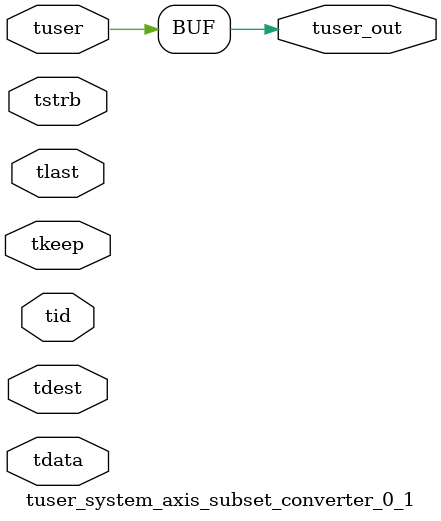
<source format=v>


`timescale 1ps/1ps

module tuser_system_axis_subset_converter_0_1 #
(
parameter C_S_AXIS_TUSER_WIDTH = 1,
parameter C_S_AXIS_TDATA_WIDTH = 32,
parameter C_S_AXIS_TID_WIDTH   = 0,
parameter C_S_AXIS_TDEST_WIDTH = 0,
parameter C_M_AXIS_TUSER_WIDTH = 1
)
(
input  [(C_S_AXIS_TUSER_WIDTH == 0 ? 1 : C_S_AXIS_TUSER_WIDTH)-1:0     ] tuser,
input  [(C_S_AXIS_TDATA_WIDTH == 0 ? 1 : C_S_AXIS_TDATA_WIDTH)-1:0     ] tdata,
input  [(C_S_AXIS_TID_WIDTH   == 0 ? 1 : C_S_AXIS_TID_WIDTH)-1:0       ] tid,
input  [(C_S_AXIS_TDEST_WIDTH == 0 ? 1 : C_S_AXIS_TDEST_WIDTH)-1:0     ] tdest,
input  [(C_S_AXIS_TDATA_WIDTH/8)-1:0 ] tkeep,
input  [(C_S_AXIS_TDATA_WIDTH/8)-1:0 ] tstrb,
input                                                                    tlast,
output [C_M_AXIS_TUSER_WIDTH-1:0] tuser_out
);

assign tuser_out = {tuser[0:0]};

endmodule


</source>
